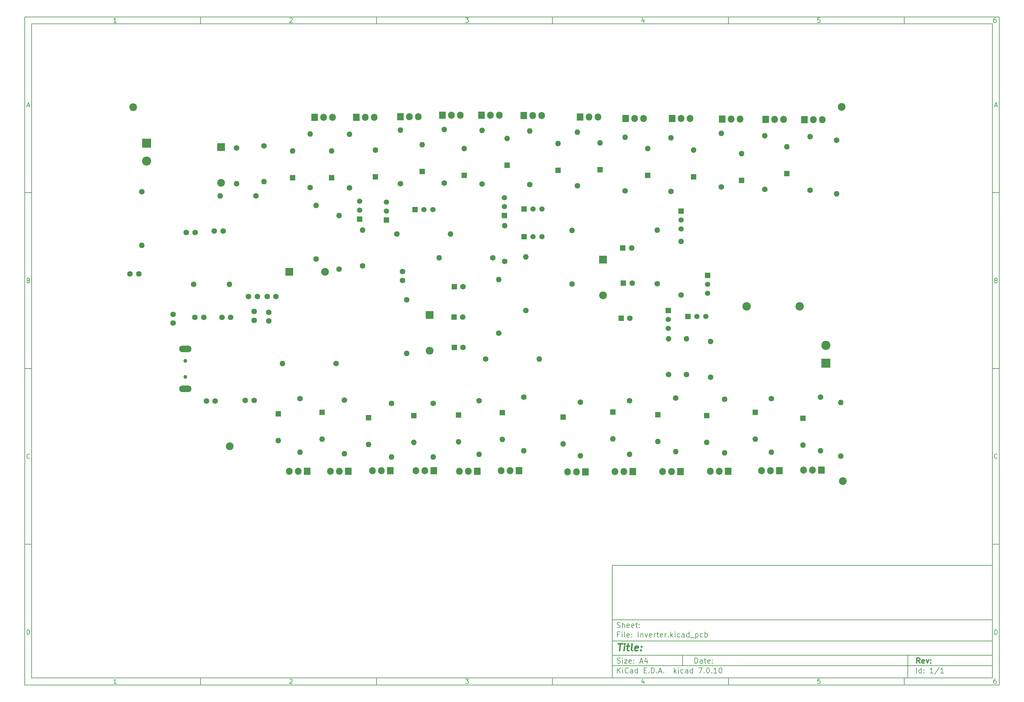
<source format=gbr>
%TF.GenerationSoftware,KiCad,Pcbnew,7.0.10*%
%TF.CreationDate,2024-05-18T21:04:01+03:00*%
%TF.ProjectId,Inverter,496e7665-7274-4657-922e-6b696361645f,rev?*%
%TF.SameCoordinates,Original*%
%TF.FileFunction,Soldermask,Bot*%
%TF.FilePolarity,Negative*%
%FSLAX46Y46*%
G04 Gerber Fmt 4.6, Leading zero omitted, Abs format (unit mm)*
G04 Created by KiCad (PCBNEW 7.0.10) date 2024-05-18 21:04:01*
%MOMM*%
%LPD*%
G01*
G04 APERTURE LIST*
%ADD10C,0.100000*%
%ADD11C,0.150000*%
%ADD12C,0.300000*%
%ADD13C,0.400000*%
%ADD14C,2.200000*%
%ADD15R,2.600000X2.600000*%
%ADD16C,2.600000*%
%ADD17R,1.500000X1.500000*%
%ADD18C,1.500000*%
%ADD19O,1.600000X1.600000*%
%ADD20C,1.600000*%
%ADD21R,1.600000X1.600000*%
%ADD22R,1.905000X2.000000*%
%ADD23O,1.905000X2.000000*%
%ADD24C,2.400000*%
%ADD25R,2.200000X2.200000*%
%ADD26O,2.200000X2.200000*%
%ADD27C,1.100000*%
%ADD28O,3.500000X1.900000*%
G04 APERTURE END LIST*
D10*
D11*
X177002200Y-166007200D02*
X285002200Y-166007200D01*
X285002200Y-198007200D01*
X177002200Y-198007200D01*
X177002200Y-166007200D01*
D10*
D11*
X10000000Y-10000000D02*
X287002200Y-10000000D01*
X287002200Y-200007200D01*
X10000000Y-200007200D01*
X10000000Y-10000000D01*
D10*
D11*
X12000000Y-12000000D02*
X285002200Y-12000000D01*
X285002200Y-198007200D01*
X12000000Y-198007200D01*
X12000000Y-12000000D01*
D10*
D11*
X60000000Y-12000000D02*
X60000000Y-10000000D01*
D10*
D11*
X110000000Y-12000000D02*
X110000000Y-10000000D01*
D10*
D11*
X160000000Y-12000000D02*
X160000000Y-10000000D01*
D10*
D11*
X210000000Y-12000000D02*
X210000000Y-10000000D01*
D10*
D11*
X260000000Y-12000000D02*
X260000000Y-10000000D01*
D10*
D11*
X36089160Y-11593604D02*
X35346303Y-11593604D01*
X35717731Y-11593604D02*
X35717731Y-10293604D01*
X35717731Y-10293604D02*
X35593922Y-10479319D01*
X35593922Y-10479319D02*
X35470112Y-10603128D01*
X35470112Y-10603128D02*
X35346303Y-10665033D01*
D10*
D11*
X85346303Y-10417414D02*
X85408207Y-10355509D01*
X85408207Y-10355509D02*
X85532017Y-10293604D01*
X85532017Y-10293604D02*
X85841541Y-10293604D01*
X85841541Y-10293604D02*
X85965350Y-10355509D01*
X85965350Y-10355509D02*
X86027255Y-10417414D01*
X86027255Y-10417414D02*
X86089160Y-10541223D01*
X86089160Y-10541223D02*
X86089160Y-10665033D01*
X86089160Y-10665033D02*
X86027255Y-10850747D01*
X86027255Y-10850747D02*
X85284398Y-11593604D01*
X85284398Y-11593604D02*
X86089160Y-11593604D01*
D10*
D11*
X135284398Y-10293604D02*
X136089160Y-10293604D01*
X136089160Y-10293604D02*
X135655826Y-10788842D01*
X135655826Y-10788842D02*
X135841541Y-10788842D01*
X135841541Y-10788842D02*
X135965350Y-10850747D01*
X135965350Y-10850747D02*
X136027255Y-10912652D01*
X136027255Y-10912652D02*
X136089160Y-11036461D01*
X136089160Y-11036461D02*
X136089160Y-11345985D01*
X136089160Y-11345985D02*
X136027255Y-11469795D01*
X136027255Y-11469795D02*
X135965350Y-11531700D01*
X135965350Y-11531700D02*
X135841541Y-11593604D01*
X135841541Y-11593604D02*
X135470112Y-11593604D01*
X135470112Y-11593604D02*
X135346303Y-11531700D01*
X135346303Y-11531700D02*
X135284398Y-11469795D01*
D10*
D11*
X185965350Y-10726938D02*
X185965350Y-11593604D01*
X185655826Y-10231700D02*
X185346303Y-11160271D01*
X185346303Y-11160271D02*
X186151064Y-11160271D01*
D10*
D11*
X236027255Y-10293604D02*
X235408207Y-10293604D01*
X235408207Y-10293604D02*
X235346303Y-10912652D01*
X235346303Y-10912652D02*
X235408207Y-10850747D01*
X235408207Y-10850747D02*
X235532017Y-10788842D01*
X235532017Y-10788842D02*
X235841541Y-10788842D01*
X235841541Y-10788842D02*
X235965350Y-10850747D01*
X235965350Y-10850747D02*
X236027255Y-10912652D01*
X236027255Y-10912652D02*
X236089160Y-11036461D01*
X236089160Y-11036461D02*
X236089160Y-11345985D01*
X236089160Y-11345985D02*
X236027255Y-11469795D01*
X236027255Y-11469795D02*
X235965350Y-11531700D01*
X235965350Y-11531700D02*
X235841541Y-11593604D01*
X235841541Y-11593604D02*
X235532017Y-11593604D01*
X235532017Y-11593604D02*
X235408207Y-11531700D01*
X235408207Y-11531700D02*
X235346303Y-11469795D01*
D10*
D11*
X285965350Y-10293604D02*
X285717731Y-10293604D01*
X285717731Y-10293604D02*
X285593922Y-10355509D01*
X285593922Y-10355509D02*
X285532017Y-10417414D01*
X285532017Y-10417414D02*
X285408207Y-10603128D01*
X285408207Y-10603128D02*
X285346303Y-10850747D01*
X285346303Y-10850747D02*
X285346303Y-11345985D01*
X285346303Y-11345985D02*
X285408207Y-11469795D01*
X285408207Y-11469795D02*
X285470112Y-11531700D01*
X285470112Y-11531700D02*
X285593922Y-11593604D01*
X285593922Y-11593604D02*
X285841541Y-11593604D01*
X285841541Y-11593604D02*
X285965350Y-11531700D01*
X285965350Y-11531700D02*
X286027255Y-11469795D01*
X286027255Y-11469795D02*
X286089160Y-11345985D01*
X286089160Y-11345985D02*
X286089160Y-11036461D01*
X286089160Y-11036461D02*
X286027255Y-10912652D01*
X286027255Y-10912652D02*
X285965350Y-10850747D01*
X285965350Y-10850747D02*
X285841541Y-10788842D01*
X285841541Y-10788842D02*
X285593922Y-10788842D01*
X285593922Y-10788842D02*
X285470112Y-10850747D01*
X285470112Y-10850747D02*
X285408207Y-10912652D01*
X285408207Y-10912652D02*
X285346303Y-11036461D01*
D10*
D11*
X60000000Y-198007200D02*
X60000000Y-200007200D01*
D10*
D11*
X110000000Y-198007200D02*
X110000000Y-200007200D01*
D10*
D11*
X160000000Y-198007200D02*
X160000000Y-200007200D01*
D10*
D11*
X210000000Y-198007200D02*
X210000000Y-200007200D01*
D10*
D11*
X260000000Y-198007200D02*
X260000000Y-200007200D01*
D10*
D11*
X36089160Y-199600804D02*
X35346303Y-199600804D01*
X35717731Y-199600804D02*
X35717731Y-198300804D01*
X35717731Y-198300804D02*
X35593922Y-198486519D01*
X35593922Y-198486519D02*
X35470112Y-198610328D01*
X35470112Y-198610328D02*
X35346303Y-198672233D01*
D10*
D11*
X85346303Y-198424614D02*
X85408207Y-198362709D01*
X85408207Y-198362709D02*
X85532017Y-198300804D01*
X85532017Y-198300804D02*
X85841541Y-198300804D01*
X85841541Y-198300804D02*
X85965350Y-198362709D01*
X85965350Y-198362709D02*
X86027255Y-198424614D01*
X86027255Y-198424614D02*
X86089160Y-198548423D01*
X86089160Y-198548423D02*
X86089160Y-198672233D01*
X86089160Y-198672233D02*
X86027255Y-198857947D01*
X86027255Y-198857947D02*
X85284398Y-199600804D01*
X85284398Y-199600804D02*
X86089160Y-199600804D01*
D10*
D11*
X135284398Y-198300804D02*
X136089160Y-198300804D01*
X136089160Y-198300804D02*
X135655826Y-198796042D01*
X135655826Y-198796042D02*
X135841541Y-198796042D01*
X135841541Y-198796042D02*
X135965350Y-198857947D01*
X135965350Y-198857947D02*
X136027255Y-198919852D01*
X136027255Y-198919852D02*
X136089160Y-199043661D01*
X136089160Y-199043661D02*
X136089160Y-199353185D01*
X136089160Y-199353185D02*
X136027255Y-199476995D01*
X136027255Y-199476995D02*
X135965350Y-199538900D01*
X135965350Y-199538900D02*
X135841541Y-199600804D01*
X135841541Y-199600804D02*
X135470112Y-199600804D01*
X135470112Y-199600804D02*
X135346303Y-199538900D01*
X135346303Y-199538900D02*
X135284398Y-199476995D01*
D10*
D11*
X185965350Y-198734138D02*
X185965350Y-199600804D01*
X185655826Y-198238900D02*
X185346303Y-199167471D01*
X185346303Y-199167471D02*
X186151064Y-199167471D01*
D10*
D11*
X236027255Y-198300804D02*
X235408207Y-198300804D01*
X235408207Y-198300804D02*
X235346303Y-198919852D01*
X235346303Y-198919852D02*
X235408207Y-198857947D01*
X235408207Y-198857947D02*
X235532017Y-198796042D01*
X235532017Y-198796042D02*
X235841541Y-198796042D01*
X235841541Y-198796042D02*
X235965350Y-198857947D01*
X235965350Y-198857947D02*
X236027255Y-198919852D01*
X236027255Y-198919852D02*
X236089160Y-199043661D01*
X236089160Y-199043661D02*
X236089160Y-199353185D01*
X236089160Y-199353185D02*
X236027255Y-199476995D01*
X236027255Y-199476995D02*
X235965350Y-199538900D01*
X235965350Y-199538900D02*
X235841541Y-199600804D01*
X235841541Y-199600804D02*
X235532017Y-199600804D01*
X235532017Y-199600804D02*
X235408207Y-199538900D01*
X235408207Y-199538900D02*
X235346303Y-199476995D01*
D10*
D11*
X285965350Y-198300804D02*
X285717731Y-198300804D01*
X285717731Y-198300804D02*
X285593922Y-198362709D01*
X285593922Y-198362709D02*
X285532017Y-198424614D01*
X285532017Y-198424614D02*
X285408207Y-198610328D01*
X285408207Y-198610328D02*
X285346303Y-198857947D01*
X285346303Y-198857947D02*
X285346303Y-199353185D01*
X285346303Y-199353185D02*
X285408207Y-199476995D01*
X285408207Y-199476995D02*
X285470112Y-199538900D01*
X285470112Y-199538900D02*
X285593922Y-199600804D01*
X285593922Y-199600804D02*
X285841541Y-199600804D01*
X285841541Y-199600804D02*
X285965350Y-199538900D01*
X285965350Y-199538900D02*
X286027255Y-199476995D01*
X286027255Y-199476995D02*
X286089160Y-199353185D01*
X286089160Y-199353185D02*
X286089160Y-199043661D01*
X286089160Y-199043661D02*
X286027255Y-198919852D01*
X286027255Y-198919852D02*
X285965350Y-198857947D01*
X285965350Y-198857947D02*
X285841541Y-198796042D01*
X285841541Y-198796042D02*
X285593922Y-198796042D01*
X285593922Y-198796042D02*
X285470112Y-198857947D01*
X285470112Y-198857947D02*
X285408207Y-198919852D01*
X285408207Y-198919852D02*
X285346303Y-199043661D01*
D10*
D11*
X10000000Y-60000000D02*
X12000000Y-60000000D01*
D10*
D11*
X10000000Y-110000000D02*
X12000000Y-110000000D01*
D10*
D11*
X10000000Y-160000000D02*
X12000000Y-160000000D01*
D10*
D11*
X10690476Y-35222176D02*
X11309523Y-35222176D01*
X10566666Y-35593604D02*
X10999999Y-34293604D01*
X10999999Y-34293604D02*
X11433333Y-35593604D01*
D10*
D11*
X11092857Y-84912652D02*
X11278571Y-84974557D01*
X11278571Y-84974557D02*
X11340476Y-85036461D01*
X11340476Y-85036461D02*
X11402380Y-85160271D01*
X11402380Y-85160271D02*
X11402380Y-85345985D01*
X11402380Y-85345985D02*
X11340476Y-85469795D01*
X11340476Y-85469795D02*
X11278571Y-85531700D01*
X11278571Y-85531700D02*
X11154761Y-85593604D01*
X11154761Y-85593604D02*
X10659523Y-85593604D01*
X10659523Y-85593604D02*
X10659523Y-84293604D01*
X10659523Y-84293604D02*
X11092857Y-84293604D01*
X11092857Y-84293604D02*
X11216666Y-84355509D01*
X11216666Y-84355509D02*
X11278571Y-84417414D01*
X11278571Y-84417414D02*
X11340476Y-84541223D01*
X11340476Y-84541223D02*
X11340476Y-84665033D01*
X11340476Y-84665033D02*
X11278571Y-84788842D01*
X11278571Y-84788842D02*
X11216666Y-84850747D01*
X11216666Y-84850747D02*
X11092857Y-84912652D01*
X11092857Y-84912652D02*
X10659523Y-84912652D01*
D10*
D11*
X11402380Y-135469795D02*
X11340476Y-135531700D01*
X11340476Y-135531700D02*
X11154761Y-135593604D01*
X11154761Y-135593604D02*
X11030952Y-135593604D01*
X11030952Y-135593604D02*
X10845238Y-135531700D01*
X10845238Y-135531700D02*
X10721428Y-135407890D01*
X10721428Y-135407890D02*
X10659523Y-135284080D01*
X10659523Y-135284080D02*
X10597619Y-135036461D01*
X10597619Y-135036461D02*
X10597619Y-134850747D01*
X10597619Y-134850747D02*
X10659523Y-134603128D01*
X10659523Y-134603128D02*
X10721428Y-134479319D01*
X10721428Y-134479319D02*
X10845238Y-134355509D01*
X10845238Y-134355509D02*
X11030952Y-134293604D01*
X11030952Y-134293604D02*
X11154761Y-134293604D01*
X11154761Y-134293604D02*
X11340476Y-134355509D01*
X11340476Y-134355509D02*
X11402380Y-134417414D01*
D10*
D11*
X10659523Y-185593604D02*
X10659523Y-184293604D01*
X10659523Y-184293604D02*
X10969047Y-184293604D01*
X10969047Y-184293604D02*
X11154761Y-184355509D01*
X11154761Y-184355509D02*
X11278571Y-184479319D01*
X11278571Y-184479319D02*
X11340476Y-184603128D01*
X11340476Y-184603128D02*
X11402380Y-184850747D01*
X11402380Y-184850747D02*
X11402380Y-185036461D01*
X11402380Y-185036461D02*
X11340476Y-185284080D01*
X11340476Y-185284080D02*
X11278571Y-185407890D01*
X11278571Y-185407890D02*
X11154761Y-185531700D01*
X11154761Y-185531700D02*
X10969047Y-185593604D01*
X10969047Y-185593604D02*
X10659523Y-185593604D01*
D10*
D11*
X287002200Y-60000000D02*
X285002200Y-60000000D01*
D10*
D11*
X287002200Y-110000000D02*
X285002200Y-110000000D01*
D10*
D11*
X287002200Y-160000000D02*
X285002200Y-160000000D01*
D10*
D11*
X285692676Y-35222176D02*
X286311723Y-35222176D01*
X285568866Y-35593604D02*
X286002199Y-34293604D01*
X286002199Y-34293604D02*
X286435533Y-35593604D01*
D10*
D11*
X286095057Y-84912652D02*
X286280771Y-84974557D01*
X286280771Y-84974557D02*
X286342676Y-85036461D01*
X286342676Y-85036461D02*
X286404580Y-85160271D01*
X286404580Y-85160271D02*
X286404580Y-85345985D01*
X286404580Y-85345985D02*
X286342676Y-85469795D01*
X286342676Y-85469795D02*
X286280771Y-85531700D01*
X286280771Y-85531700D02*
X286156961Y-85593604D01*
X286156961Y-85593604D02*
X285661723Y-85593604D01*
X285661723Y-85593604D02*
X285661723Y-84293604D01*
X285661723Y-84293604D02*
X286095057Y-84293604D01*
X286095057Y-84293604D02*
X286218866Y-84355509D01*
X286218866Y-84355509D02*
X286280771Y-84417414D01*
X286280771Y-84417414D02*
X286342676Y-84541223D01*
X286342676Y-84541223D02*
X286342676Y-84665033D01*
X286342676Y-84665033D02*
X286280771Y-84788842D01*
X286280771Y-84788842D02*
X286218866Y-84850747D01*
X286218866Y-84850747D02*
X286095057Y-84912652D01*
X286095057Y-84912652D02*
X285661723Y-84912652D01*
D10*
D11*
X286404580Y-135469795D02*
X286342676Y-135531700D01*
X286342676Y-135531700D02*
X286156961Y-135593604D01*
X286156961Y-135593604D02*
X286033152Y-135593604D01*
X286033152Y-135593604D02*
X285847438Y-135531700D01*
X285847438Y-135531700D02*
X285723628Y-135407890D01*
X285723628Y-135407890D02*
X285661723Y-135284080D01*
X285661723Y-135284080D02*
X285599819Y-135036461D01*
X285599819Y-135036461D02*
X285599819Y-134850747D01*
X285599819Y-134850747D02*
X285661723Y-134603128D01*
X285661723Y-134603128D02*
X285723628Y-134479319D01*
X285723628Y-134479319D02*
X285847438Y-134355509D01*
X285847438Y-134355509D02*
X286033152Y-134293604D01*
X286033152Y-134293604D02*
X286156961Y-134293604D01*
X286156961Y-134293604D02*
X286342676Y-134355509D01*
X286342676Y-134355509D02*
X286404580Y-134417414D01*
D10*
D11*
X285661723Y-185593604D02*
X285661723Y-184293604D01*
X285661723Y-184293604D02*
X285971247Y-184293604D01*
X285971247Y-184293604D02*
X286156961Y-184355509D01*
X286156961Y-184355509D02*
X286280771Y-184479319D01*
X286280771Y-184479319D02*
X286342676Y-184603128D01*
X286342676Y-184603128D02*
X286404580Y-184850747D01*
X286404580Y-184850747D02*
X286404580Y-185036461D01*
X286404580Y-185036461D02*
X286342676Y-185284080D01*
X286342676Y-185284080D02*
X286280771Y-185407890D01*
X286280771Y-185407890D02*
X286156961Y-185531700D01*
X286156961Y-185531700D02*
X285971247Y-185593604D01*
X285971247Y-185593604D02*
X285661723Y-185593604D01*
D10*
D11*
X200458026Y-193793328D02*
X200458026Y-192293328D01*
X200458026Y-192293328D02*
X200815169Y-192293328D01*
X200815169Y-192293328D02*
X201029455Y-192364757D01*
X201029455Y-192364757D02*
X201172312Y-192507614D01*
X201172312Y-192507614D02*
X201243741Y-192650471D01*
X201243741Y-192650471D02*
X201315169Y-192936185D01*
X201315169Y-192936185D02*
X201315169Y-193150471D01*
X201315169Y-193150471D02*
X201243741Y-193436185D01*
X201243741Y-193436185D02*
X201172312Y-193579042D01*
X201172312Y-193579042D02*
X201029455Y-193721900D01*
X201029455Y-193721900D02*
X200815169Y-193793328D01*
X200815169Y-193793328D02*
X200458026Y-193793328D01*
X202600884Y-193793328D02*
X202600884Y-193007614D01*
X202600884Y-193007614D02*
X202529455Y-192864757D01*
X202529455Y-192864757D02*
X202386598Y-192793328D01*
X202386598Y-192793328D02*
X202100884Y-192793328D01*
X202100884Y-192793328D02*
X201958026Y-192864757D01*
X202600884Y-193721900D02*
X202458026Y-193793328D01*
X202458026Y-193793328D02*
X202100884Y-193793328D01*
X202100884Y-193793328D02*
X201958026Y-193721900D01*
X201958026Y-193721900D02*
X201886598Y-193579042D01*
X201886598Y-193579042D02*
X201886598Y-193436185D01*
X201886598Y-193436185D02*
X201958026Y-193293328D01*
X201958026Y-193293328D02*
X202100884Y-193221900D01*
X202100884Y-193221900D02*
X202458026Y-193221900D01*
X202458026Y-193221900D02*
X202600884Y-193150471D01*
X203100884Y-192793328D02*
X203672312Y-192793328D01*
X203315169Y-192293328D02*
X203315169Y-193579042D01*
X203315169Y-193579042D02*
X203386598Y-193721900D01*
X203386598Y-193721900D02*
X203529455Y-193793328D01*
X203529455Y-193793328D02*
X203672312Y-193793328D01*
X204743741Y-193721900D02*
X204600884Y-193793328D01*
X204600884Y-193793328D02*
X204315170Y-193793328D01*
X204315170Y-193793328D02*
X204172312Y-193721900D01*
X204172312Y-193721900D02*
X204100884Y-193579042D01*
X204100884Y-193579042D02*
X204100884Y-193007614D01*
X204100884Y-193007614D02*
X204172312Y-192864757D01*
X204172312Y-192864757D02*
X204315170Y-192793328D01*
X204315170Y-192793328D02*
X204600884Y-192793328D01*
X204600884Y-192793328D02*
X204743741Y-192864757D01*
X204743741Y-192864757D02*
X204815170Y-193007614D01*
X204815170Y-193007614D02*
X204815170Y-193150471D01*
X204815170Y-193150471D02*
X204100884Y-193293328D01*
X205458026Y-193650471D02*
X205529455Y-193721900D01*
X205529455Y-193721900D02*
X205458026Y-193793328D01*
X205458026Y-193793328D02*
X205386598Y-193721900D01*
X205386598Y-193721900D02*
X205458026Y-193650471D01*
X205458026Y-193650471D02*
X205458026Y-193793328D01*
X205458026Y-192864757D02*
X205529455Y-192936185D01*
X205529455Y-192936185D02*
X205458026Y-193007614D01*
X205458026Y-193007614D02*
X205386598Y-192936185D01*
X205386598Y-192936185D02*
X205458026Y-192864757D01*
X205458026Y-192864757D02*
X205458026Y-193007614D01*
D10*
D11*
X177002200Y-194507200D02*
X285002200Y-194507200D01*
D10*
D11*
X178458026Y-196593328D02*
X178458026Y-195093328D01*
X179315169Y-196593328D02*
X178672312Y-195736185D01*
X179315169Y-195093328D02*
X178458026Y-195950471D01*
X179958026Y-196593328D02*
X179958026Y-195593328D01*
X179958026Y-195093328D02*
X179886598Y-195164757D01*
X179886598Y-195164757D02*
X179958026Y-195236185D01*
X179958026Y-195236185D02*
X180029455Y-195164757D01*
X180029455Y-195164757D02*
X179958026Y-195093328D01*
X179958026Y-195093328D02*
X179958026Y-195236185D01*
X181529455Y-196450471D02*
X181458027Y-196521900D01*
X181458027Y-196521900D02*
X181243741Y-196593328D01*
X181243741Y-196593328D02*
X181100884Y-196593328D01*
X181100884Y-196593328D02*
X180886598Y-196521900D01*
X180886598Y-196521900D02*
X180743741Y-196379042D01*
X180743741Y-196379042D02*
X180672312Y-196236185D01*
X180672312Y-196236185D02*
X180600884Y-195950471D01*
X180600884Y-195950471D02*
X180600884Y-195736185D01*
X180600884Y-195736185D02*
X180672312Y-195450471D01*
X180672312Y-195450471D02*
X180743741Y-195307614D01*
X180743741Y-195307614D02*
X180886598Y-195164757D01*
X180886598Y-195164757D02*
X181100884Y-195093328D01*
X181100884Y-195093328D02*
X181243741Y-195093328D01*
X181243741Y-195093328D02*
X181458027Y-195164757D01*
X181458027Y-195164757D02*
X181529455Y-195236185D01*
X182815170Y-196593328D02*
X182815170Y-195807614D01*
X182815170Y-195807614D02*
X182743741Y-195664757D01*
X182743741Y-195664757D02*
X182600884Y-195593328D01*
X182600884Y-195593328D02*
X182315170Y-195593328D01*
X182315170Y-195593328D02*
X182172312Y-195664757D01*
X182815170Y-196521900D02*
X182672312Y-196593328D01*
X182672312Y-196593328D02*
X182315170Y-196593328D01*
X182315170Y-196593328D02*
X182172312Y-196521900D01*
X182172312Y-196521900D02*
X182100884Y-196379042D01*
X182100884Y-196379042D02*
X182100884Y-196236185D01*
X182100884Y-196236185D02*
X182172312Y-196093328D01*
X182172312Y-196093328D02*
X182315170Y-196021900D01*
X182315170Y-196021900D02*
X182672312Y-196021900D01*
X182672312Y-196021900D02*
X182815170Y-195950471D01*
X184172313Y-196593328D02*
X184172313Y-195093328D01*
X184172313Y-196521900D02*
X184029455Y-196593328D01*
X184029455Y-196593328D02*
X183743741Y-196593328D01*
X183743741Y-196593328D02*
X183600884Y-196521900D01*
X183600884Y-196521900D02*
X183529455Y-196450471D01*
X183529455Y-196450471D02*
X183458027Y-196307614D01*
X183458027Y-196307614D02*
X183458027Y-195879042D01*
X183458027Y-195879042D02*
X183529455Y-195736185D01*
X183529455Y-195736185D02*
X183600884Y-195664757D01*
X183600884Y-195664757D02*
X183743741Y-195593328D01*
X183743741Y-195593328D02*
X184029455Y-195593328D01*
X184029455Y-195593328D02*
X184172313Y-195664757D01*
X186029455Y-195807614D02*
X186529455Y-195807614D01*
X186743741Y-196593328D02*
X186029455Y-196593328D01*
X186029455Y-196593328D02*
X186029455Y-195093328D01*
X186029455Y-195093328D02*
X186743741Y-195093328D01*
X187386598Y-196450471D02*
X187458027Y-196521900D01*
X187458027Y-196521900D02*
X187386598Y-196593328D01*
X187386598Y-196593328D02*
X187315170Y-196521900D01*
X187315170Y-196521900D02*
X187386598Y-196450471D01*
X187386598Y-196450471D02*
X187386598Y-196593328D01*
X188100884Y-196593328D02*
X188100884Y-195093328D01*
X188100884Y-195093328D02*
X188458027Y-195093328D01*
X188458027Y-195093328D02*
X188672313Y-195164757D01*
X188672313Y-195164757D02*
X188815170Y-195307614D01*
X188815170Y-195307614D02*
X188886599Y-195450471D01*
X188886599Y-195450471D02*
X188958027Y-195736185D01*
X188958027Y-195736185D02*
X188958027Y-195950471D01*
X188958027Y-195950471D02*
X188886599Y-196236185D01*
X188886599Y-196236185D02*
X188815170Y-196379042D01*
X188815170Y-196379042D02*
X188672313Y-196521900D01*
X188672313Y-196521900D02*
X188458027Y-196593328D01*
X188458027Y-196593328D02*
X188100884Y-196593328D01*
X189600884Y-196450471D02*
X189672313Y-196521900D01*
X189672313Y-196521900D02*
X189600884Y-196593328D01*
X189600884Y-196593328D02*
X189529456Y-196521900D01*
X189529456Y-196521900D02*
X189600884Y-196450471D01*
X189600884Y-196450471D02*
X189600884Y-196593328D01*
X190243742Y-196164757D02*
X190958028Y-196164757D01*
X190100885Y-196593328D02*
X190600885Y-195093328D01*
X190600885Y-195093328D02*
X191100885Y-196593328D01*
X191600884Y-196450471D02*
X191672313Y-196521900D01*
X191672313Y-196521900D02*
X191600884Y-196593328D01*
X191600884Y-196593328D02*
X191529456Y-196521900D01*
X191529456Y-196521900D02*
X191600884Y-196450471D01*
X191600884Y-196450471D02*
X191600884Y-196593328D01*
X194600884Y-196593328D02*
X194600884Y-195093328D01*
X194743742Y-196021900D02*
X195172313Y-196593328D01*
X195172313Y-195593328D02*
X194600884Y-196164757D01*
X195815170Y-196593328D02*
X195815170Y-195593328D01*
X195815170Y-195093328D02*
X195743742Y-195164757D01*
X195743742Y-195164757D02*
X195815170Y-195236185D01*
X195815170Y-195236185D02*
X195886599Y-195164757D01*
X195886599Y-195164757D02*
X195815170Y-195093328D01*
X195815170Y-195093328D02*
X195815170Y-195236185D01*
X197172314Y-196521900D02*
X197029456Y-196593328D01*
X197029456Y-196593328D02*
X196743742Y-196593328D01*
X196743742Y-196593328D02*
X196600885Y-196521900D01*
X196600885Y-196521900D02*
X196529456Y-196450471D01*
X196529456Y-196450471D02*
X196458028Y-196307614D01*
X196458028Y-196307614D02*
X196458028Y-195879042D01*
X196458028Y-195879042D02*
X196529456Y-195736185D01*
X196529456Y-195736185D02*
X196600885Y-195664757D01*
X196600885Y-195664757D02*
X196743742Y-195593328D01*
X196743742Y-195593328D02*
X197029456Y-195593328D01*
X197029456Y-195593328D02*
X197172314Y-195664757D01*
X198458028Y-196593328D02*
X198458028Y-195807614D01*
X198458028Y-195807614D02*
X198386599Y-195664757D01*
X198386599Y-195664757D02*
X198243742Y-195593328D01*
X198243742Y-195593328D02*
X197958028Y-195593328D01*
X197958028Y-195593328D02*
X197815170Y-195664757D01*
X198458028Y-196521900D02*
X198315170Y-196593328D01*
X198315170Y-196593328D02*
X197958028Y-196593328D01*
X197958028Y-196593328D02*
X197815170Y-196521900D01*
X197815170Y-196521900D02*
X197743742Y-196379042D01*
X197743742Y-196379042D02*
X197743742Y-196236185D01*
X197743742Y-196236185D02*
X197815170Y-196093328D01*
X197815170Y-196093328D02*
X197958028Y-196021900D01*
X197958028Y-196021900D02*
X198315170Y-196021900D01*
X198315170Y-196021900D02*
X198458028Y-195950471D01*
X199815171Y-196593328D02*
X199815171Y-195093328D01*
X199815171Y-196521900D02*
X199672313Y-196593328D01*
X199672313Y-196593328D02*
X199386599Y-196593328D01*
X199386599Y-196593328D02*
X199243742Y-196521900D01*
X199243742Y-196521900D02*
X199172313Y-196450471D01*
X199172313Y-196450471D02*
X199100885Y-196307614D01*
X199100885Y-196307614D02*
X199100885Y-195879042D01*
X199100885Y-195879042D02*
X199172313Y-195736185D01*
X199172313Y-195736185D02*
X199243742Y-195664757D01*
X199243742Y-195664757D02*
X199386599Y-195593328D01*
X199386599Y-195593328D02*
X199672313Y-195593328D01*
X199672313Y-195593328D02*
X199815171Y-195664757D01*
X201529456Y-195093328D02*
X202529456Y-195093328D01*
X202529456Y-195093328D02*
X201886599Y-196593328D01*
X203100884Y-196450471D02*
X203172313Y-196521900D01*
X203172313Y-196521900D02*
X203100884Y-196593328D01*
X203100884Y-196593328D02*
X203029456Y-196521900D01*
X203029456Y-196521900D02*
X203100884Y-196450471D01*
X203100884Y-196450471D02*
X203100884Y-196593328D01*
X204100885Y-195093328D02*
X204243742Y-195093328D01*
X204243742Y-195093328D02*
X204386599Y-195164757D01*
X204386599Y-195164757D02*
X204458028Y-195236185D01*
X204458028Y-195236185D02*
X204529456Y-195379042D01*
X204529456Y-195379042D02*
X204600885Y-195664757D01*
X204600885Y-195664757D02*
X204600885Y-196021900D01*
X204600885Y-196021900D02*
X204529456Y-196307614D01*
X204529456Y-196307614D02*
X204458028Y-196450471D01*
X204458028Y-196450471D02*
X204386599Y-196521900D01*
X204386599Y-196521900D02*
X204243742Y-196593328D01*
X204243742Y-196593328D02*
X204100885Y-196593328D01*
X204100885Y-196593328D02*
X203958028Y-196521900D01*
X203958028Y-196521900D02*
X203886599Y-196450471D01*
X203886599Y-196450471D02*
X203815170Y-196307614D01*
X203815170Y-196307614D02*
X203743742Y-196021900D01*
X203743742Y-196021900D02*
X203743742Y-195664757D01*
X203743742Y-195664757D02*
X203815170Y-195379042D01*
X203815170Y-195379042D02*
X203886599Y-195236185D01*
X203886599Y-195236185D02*
X203958028Y-195164757D01*
X203958028Y-195164757D02*
X204100885Y-195093328D01*
X205243741Y-196450471D02*
X205315170Y-196521900D01*
X205315170Y-196521900D02*
X205243741Y-196593328D01*
X205243741Y-196593328D02*
X205172313Y-196521900D01*
X205172313Y-196521900D02*
X205243741Y-196450471D01*
X205243741Y-196450471D02*
X205243741Y-196593328D01*
X206743742Y-196593328D02*
X205886599Y-196593328D01*
X206315170Y-196593328D02*
X206315170Y-195093328D01*
X206315170Y-195093328D02*
X206172313Y-195307614D01*
X206172313Y-195307614D02*
X206029456Y-195450471D01*
X206029456Y-195450471D02*
X205886599Y-195521900D01*
X207672313Y-195093328D02*
X207815170Y-195093328D01*
X207815170Y-195093328D02*
X207958027Y-195164757D01*
X207958027Y-195164757D02*
X208029456Y-195236185D01*
X208029456Y-195236185D02*
X208100884Y-195379042D01*
X208100884Y-195379042D02*
X208172313Y-195664757D01*
X208172313Y-195664757D02*
X208172313Y-196021900D01*
X208172313Y-196021900D02*
X208100884Y-196307614D01*
X208100884Y-196307614D02*
X208029456Y-196450471D01*
X208029456Y-196450471D02*
X207958027Y-196521900D01*
X207958027Y-196521900D02*
X207815170Y-196593328D01*
X207815170Y-196593328D02*
X207672313Y-196593328D01*
X207672313Y-196593328D02*
X207529456Y-196521900D01*
X207529456Y-196521900D02*
X207458027Y-196450471D01*
X207458027Y-196450471D02*
X207386598Y-196307614D01*
X207386598Y-196307614D02*
X207315170Y-196021900D01*
X207315170Y-196021900D02*
X207315170Y-195664757D01*
X207315170Y-195664757D02*
X207386598Y-195379042D01*
X207386598Y-195379042D02*
X207458027Y-195236185D01*
X207458027Y-195236185D02*
X207529456Y-195164757D01*
X207529456Y-195164757D02*
X207672313Y-195093328D01*
D10*
D11*
X177002200Y-191507200D02*
X285002200Y-191507200D01*
D10*
D12*
X264413853Y-193785528D02*
X263913853Y-193071242D01*
X263556710Y-193785528D02*
X263556710Y-192285528D01*
X263556710Y-192285528D02*
X264128139Y-192285528D01*
X264128139Y-192285528D02*
X264270996Y-192356957D01*
X264270996Y-192356957D02*
X264342425Y-192428385D01*
X264342425Y-192428385D02*
X264413853Y-192571242D01*
X264413853Y-192571242D02*
X264413853Y-192785528D01*
X264413853Y-192785528D02*
X264342425Y-192928385D01*
X264342425Y-192928385D02*
X264270996Y-192999814D01*
X264270996Y-192999814D02*
X264128139Y-193071242D01*
X264128139Y-193071242D02*
X263556710Y-193071242D01*
X265628139Y-193714100D02*
X265485282Y-193785528D01*
X265485282Y-193785528D02*
X265199568Y-193785528D01*
X265199568Y-193785528D02*
X265056710Y-193714100D01*
X265056710Y-193714100D02*
X264985282Y-193571242D01*
X264985282Y-193571242D02*
X264985282Y-192999814D01*
X264985282Y-192999814D02*
X265056710Y-192856957D01*
X265056710Y-192856957D02*
X265199568Y-192785528D01*
X265199568Y-192785528D02*
X265485282Y-192785528D01*
X265485282Y-192785528D02*
X265628139Y-192856957D01*
X265628139Y-192856957D02*
X265699568Y-192999814D01*
X265699568Y-192999814D02*
X265699568Y-193142671D01*
X265699568Y-193142671D02*
X264985282Y-193285528D01*
X266199567Y-192785528D02*
X266556710Y-193785528D01*
X266556710Y-193785528D02*
X266913853Y-192785528D01*
X267485281Y-193642671D02*
X267556710Y-193714100D01*
X267556710Y-193714100D02*
X267485281Y-193785528D01*
X267485281Y-193785528D02*
X267413853Y-193714100D01*
X267413853Y-193714100D02*
X267485281Y-193642671D01*
X267485281Y-193642671D02*
X267485281Y-193785528D01*
X267485281Y-192856957D02*
X267556710Y-192928385D01*
X267556710Y-192928385D02*
X267485281Y-192999814D01*
X267485281Y-192999814D02*
X267413853Y-192928385D01*
X267413853Y-192928385D02*
X267485281Y-192856957D01*
X267485281Y-192856957D02*
X267485281Y-192999814D01*
D10*
D11*
X178386598Y-193721900D02*
X178600884Y-193793328D01*
X178600884Y-193793328D02*
X178958026Y-193793328D01*
X178958026Y-193793328D02*
X179100884Y-193721900D01*
X179100884Y-193721900D02*
X179172312Y-193650471D01*
X179172312Y-193650471D02*
X179243741Y-193507614D01*
X179243741Y-193507614D02*
X179243741Y-193364757D01*
X179243741Y-193364757D02*
X179172312Y-193221900D01*
X179172312Y-193221900D02*
X179100884Y-193150471D01*
X179100884Y-193150471D02*
X178958026Y-193079042D01*
X178958026Y-193079042D02*
X178672312Y-193007614D01*
X178672312Y-193007614D02*
X178529455Y-192936185D01*
X178529455Y-192936185D02*
X178458026Y-192864757D01*
X178458026Y-192864757D02*
X178386598Y-192721900D01*
X178386598Y-192721900D02*
X178386598Y-192579042D01*
X178386598Y-192579042D02*
X178458026Y-192436185D01*
X178458026Y-192436185D02*
X178529455Y-192364757D01*
X178529455Y-192364757D02*
X178672312Y-192293328D01*
X178672312Y-192293328D02*
X179029455Y-192293328D01*
X179029455Y-192293328D02*
X179243741Y-192364757D01*
X179886597Y-193793328D02*
X179886597Y-192793328D01*
X179886597Y-192293328D02*
X179815169Y-192364757D01*
X179815169Y-192364757D02*
X179886597Y-192436185D01*
X179886597Y-192436185D02*
X179958026Y-192364757D01*
X179958026Y-192364757D02*
X179886597Y-192293328D01*
X179886597Y-192293328D02*
X179886597Y-192436185D01*
X180458026Y-192793328D02*
X181243741Y-192793328D01*
X181243741Y-192793328D02*
X180458026Y-193793328D01*
X180458026Y-193793328D02*
X181243741Y-193793328D01*
X182386598Y-193721900D02*
X182243741Y-193793328D01*
X182243741Y-193793328D02*
X181958027Y-193793328D01*
X181958027Y-193793328D02*
X181815169Y-193721900D01*
X181815169Y-193721900D02*
X181743741Y-193579042D01*
X181743741Y-193579042D02*
X181743741Y-193007614D01*
X181743741Y-193007614D02*
X181815169Y-192864757D01*
X181815169Y-192864757D02*
X181958027Y-192793328D01*
X181958027Y-192793328D02*
X182243741Y-192793328D01*
X182243741Y-192793328D02*
X182386598Y-192864757D01*
X182386598Y-192864757D02*
X182458027Y-193007614D01*
X182458027Y-193007614D02*
X182458027Y-193150471D01*
X182458027Y-193150471D02*
X181743741Y-193293328D01*
X183100883Y-193650471D02*
X183172312Y-193721900D01*
X183172312Y-193721900D02*
X183100883Y-193793328D01*
X183100883Y-193793328D02*
X183029455Y-193721900D01*
X183029455Y-193721900D02*
X183100883Y-193650471D01*
X183100883Y-193650471D02*
X183100883Y-193793328D01*
X183100883Y-192864757D02*
X183172312Y-192936185D01*
X183172312Y-192936185D02*
X183100883Y-193007614D01*
X183100883Y-193007614D02*
X183029455Y-192936185D01*
X183029455Y-192936185D02*
X183100883Y-192864757D01*
X183100883Y-192864757D02*
X183100883Y-193007614D01*
X184886598Y-193364757D02*
X185600884Y-193364757D01*
X184743741Y-193793328D02*
X185243741Y-192293328D01*
X185243741Y-192293328D02*
X185743741Y-193793328D01*
X186886598Y-192793328D02*
X186886598Y-193793328D01*
X186529455Y-192221900D02*
X186172312Y-193293328D01*
X186172312Y-193293328D02*
X187100883Y-193293328D01*
D10*
D11*
X263458026Y-196593328D02*
X263458026Y-195093328D01*
X264815170Y-196593328D02*
X264815170Y-195093328D01*
X264815170Y-196521900D02*
X264672312Y-196593328D01*
X264672312Y-196593328D02*
X264386598Y-196593328D01*
X264386598Y-196593328D02*
X264243741Y-196521900D01*
X264243741Y-196521900D02*
X264172312Y-196450471D01*
X264172312Y-196450471D02*
X264100884Y-196307614D01*
X264100884Y-196307614D02*
X264100884Y-195879042D01*
X264100884Y-195879042D02*
X264172312Y-195736185D01*
X264172312Y-195736185D02*
X264243741Y-195664757D01*
X264243741Y-195664757D02*
X264386598Y-195593328D01*
X264386598Y-195593328D02*
X264672312Y-195593328D01*
X264672312Y-195593328D02*
X264815170Y-195664757D01*
X265529455Y-196450471D02*
X265600884Y-196521900D01*
X265600884Y-196521900D02*
X265529455Y-196593328D01*
X265529455Y-196593328D02*
X265458027Y-196521900D01*
X265458027Y-196521900D02*
X265529455Y-196450471D01*
X265529455Y-196450471D02*
X265529455Y-196593328D01*
X265529455Y-195664757D02*
X265600884Y-195736185D01*
X265600884Y-195736185D02*
X265529455Y-195807614D01*
X265529455Y-195807614D02*
X265458027Y-195736185D01*
X265458027Y-195736185D02*
X265529455Y-195664757D01*
X265529455Y-195664757D02*
X265529455Y-195807614D01*
X268172313Y-196593328D02*
X267315170Y-196593328D01*
X267743741Y-196593328D02*
X267743741Y-195093328D01*
X267743741Y-195093328D02*
X267600884Y-195307614D01*
X267600884Y-195307614D02*
X267458027Y-195450471D01*
X267458027Y-195450471D02*
X267315170Y-195521900D01*
X269886598Y-195021900D02*
X268600884Y-196950471D01*
X271172313Y-196593328D02*
X270315170Y-196593328D01*
X270743741Y-196593328D02*
X270743741Y-195093328D01*
X270743741Y-195093328D02*
X270600884Y-195307614D01*
X270600884Y-195307614D02*
X270458027Y-195450471D01*
X270458027Y-195450471D02*
X270315170Y-195521900D01*
D10*
D11*
X177002200Y-187507200D02*
X285002200Y-187507200D01*
D10*
D13*
X178693928Y-188211638D02*
X179836785Y-188211638D01*
X179015357Y-190211638D02*
X179265357Y-188211638D01*
X180253452Y-190211638D02*
X180420119Y-188878304D01*
X180503452Y-188211638D02*
X180396309Y-188306876D01*
X180396309Y-188306876D02*
X180479643Y-188402114D01*
X180479643Y-188402114D02*
X180586786Y-188306876D01*
X180586786Y-188306876D02*
X180503452Y-188211638D01*
X180503452Y-188211638D02*
X180479643Y-188402114D01*
X181086786Y-188878304D02*
X181848690Y-188878304D01*
X181455833Y-188211638D02*
X181241548Y-189925923D01*
X181241548Y-189925923D02*
X181312976Y-190116400D01*
X181312976Y-190116400D02*
X181491548Y-190211638D01*
X181491548Y-190211638D02*
X181682024Y-190211638D01*
X182634405Y-190211638D02*
X182455833Y-190116400D01*
X182455833Y-190116400D02*
X182384405Y-189925923D01*
X182384405Y-189925923D02*
X182598690Y-188211638D01*
X184170119Y-190116400D02*
X183967738Y-190211638D01*
X183967738Y-190211638D02*
X183586785Y-190211638D01*
X183586785Y-190211638D02*
X183408214Y-190116400D01*
X183408214Y-190116400D02*
X183336785Y-189925923D01*
X183336785Y-189925923D02*
X183432024Y-189164019D01*
X183432024Y-189164019D02*
X183551071Y-188973542D01*
X183551071Y-188973542D02*
X183753452Y-188878304D01*
X183753452Y-188878304D02*
X184134404Y-188878304D01*
X184134404Y-188878304D02*
X184312976Y-188973542D01*
X184312976Y-188973542D02*
X184384404Y-189164019D01*
X184384404Y-189164019D02*
X184360595Y-189354495D01*
X184360595Y-189354495D02*
X183384404Y-189544971D01*
X185134405Y-190021161D02*
X185217738Y-190116400D01*
X185217738Y-190116400D02*
X185110595Y-190211638D01*
X185110595Y-190211638D02*
X185027262Y-190116400D01*
X185027262Y-190116400D02*
X185134405Y-190021161D01*
X185134405Y-190021161D02*
X185110595Y-190211638D01*
X185265357Y-188973542D02*
X185348690Y-189068780D01*
X185348690Y-189068780D02*
X185241548Y-189164019D01*
X185241548Y-189164019D02*
X185158214Y-189068780D01*
X185158214Y-189068780D02*
X185265357Y-188973542D01*
X185265357Y-188973542D02*
X185241548Y-189164019D01*
D10*
D11*
X178958026Y-185607614D02*
X178458026Y-185607614D01*
X178458026Y-186393328D02*
X178458026Y-184893328D01*
X178458026Y-184893328D02*
X179172312Y-184893328D01*
X179743740Y-186393328D02*
X179743740Y-185393328D01*
X179743740Y-184893328D02*
X179672312Y-184964757D01*
X179672312Y-184964757D02*
X179743740Y-185036185D01*
X179743740Y-185036185D02*
X179815169Y-184964757D01*
X179815169Y-184964757D02*
X179743740Y-184893328D01*
X179743740Y-184893328D02*
X179743740Y-185036185D01*
X180672312Y-186393328D02*
X180529455Y-186321900D01*
X180529455Y-186321900D02*
X180458026Y-186179042D01*
X180458026Y-186179042D02*
X180458026Y-184893328D01*
X181815169Y-186321900D02*
X181672312Y-186393328D01*
X181672312Y-186393328D02*
X181386598Y-186393328D01*
X181386598Y-186393328D02*
X181243740Y-186321900D01*
X181243740Y-186321900D02*
X181172312Y-186179042D01*
X181172312Y-186179042D02*
X181172312Y-185607614D01*
X181172312Y-185607614D02*
X181243740Y-185464757D01*
X181243740Y-185464757D02*
X181386598Y-185393328D01*
X181386598Y-185393328D02*
X181672312Y-185393328D01*
X181672312Y-185393328D02*
X181815169Y-185464757D01*
X181815169Y-185464757D02*
X181886598Y-185607614D01*
X181886598Y-185607614D02*
X181886598Y-185750471D01*
X181886598Y-185750471D02*
X181172312Y-185893328D01*
X182529454Y-186250471D02*
X182600883Y-186321900D01*
X182600883Y-186321900D02*
X182529454Y-186393328D01*
X182529454Y-186393328D02*
X182458026Y-186321900D01*
X182458026Y-186321900D02*
X182529454Y-186250471D01*
X182529454Y-186250471D02*
X182529454Y-186393328D01*
X182529454Y-185464757D02*
X182600883Y-185536185D01*
X182600883Y-185536185D02*
X182529454Y-185607614D01*
X182529454Y-185607614D02*
X182458026Y-185536185D01*
X182458026Y-185536185D02*
X182529454Y-185464757D01*
X182529454Y-185464757D02*
X182529454Y-185607614D01*
X184386597Y-186393328D02*
X184386597Y-184893328D01*
X185100883Y-185393328D02*
X185100883Y-186393328D01*
X185100883Y-185536185D02*
X185172312Y-185464757D01*
X185172312Y-185464757D02*
X185315169Y-185393328D01*
X185315169Y-185393328D02*
X185529455Y-185393328D01*
X185529455Y-185393328D02*
X185672312Y-185464757D01*
X185672312Y-185464757D02*
X185743741Y-185607614D01*
X185743741Y-185607614D02*
X185743741Y-186393328D01*
X186315169Y-185393328D02*
X186672312Y-186393328D01*
X186672312Y-186393328D02*
X187029455Y-185393328D01*
X188172312Y-186321900D02*
X188029455Y-186393328D01*
X188029455Y-186393328D02*
X187743741Y-186393328D01*
X187743741Y-186393328D02*
X187600883Y-186321900D01*
X187600883Y-186321900D02*
X187529455Y-186179042D01*
X187529455Y-186179042D02*
X187529455Y-185607614D01*
X187529455Y-185607614D02*
X187600883Y-185464757D01*
X187600883Y-185464757D02*
X187743741Y-185393328D01*
X187743741Y-185393328D02*
X188029455Y-185393328D01*
X188029455Y-185393328D02*
X188172312Y-185464757D01*
X188172312Y-185464757D02*
X188243741Y-185607614D01*
X188243741Y-185607614D02*
X188243741Y-185750471D01*
X188243741Y-185750471D02*
X187529455Y-185893328D01*
X188886597Y-186393328D02*
X188886597Y-185393328D01*
X188886597Y-185679042D02*
X188958026Y-185536185D01*
X188958026Y-185536185D02*
X189029455Y-185464757D01*
X189029455Y-185464757D02*
X189172312Y-185393328D01*
X189172312Y-185393328D02*
X189315169Y-185393328D01*
X189600883Y-185393328D02*
X190172311Y-185393328D01*
X189815168Y-184893328D02*
X189815168Y-186179042D01*
X189815168Y-186179042D02*
X189886597Y-186321900D01*
X189886597Y-186321900D02*
X190029454Y-186393328D01*
X190029454Y-186393328D02*
X190172311Y-186393328D01*
X191243740Y-186321900D02*
X191100883Y-186393328D01*
X191100883Y-186393328D02*
X190815169Y-186393328D01*
X190815169Y-186393328D02*
X190672311Y-186321900D01*
X190672311Y-186321900D02*
X190600883Y-186179042D01*
X190600883Y-186179042D02*
X190600883Y-185607614D01*
X190600883Y-185607614D02*
X190672311Y-185464757D01*
X190672311Y-185464757D02*
X190815169Y-185393328D01*
X190815169Y-185393328D02*
X191100883Y-185393328D01*
X191100883Y-185393328D02*
X191243740Y-185464757D01*
X191243740Y-185464757D02*
X191315169Y-185607614D01*
X191315169Y-185607614D02*
X191315169Y-185750471D01*
X191315169Y-185750471D02*
X190600883Y-185893328D01*
X191958025Y-186393328D02*
X191958025Y-185393328D01*
X191958025Y-185679042D02*
X192029454Y-185536185D01*
X192029454Y-185536185D02*
X192100883Y-185464757D01*
X192100883Y-185464757D02*
X192243740Y-185393328D01*
X192243740Y-185393328D02*
X192386597Y-185393328D01*
X192886596Y-186250471D02*
X192958025Y-186321900D01*
X192958025Y-186321900D02*
X192886596Y-186393328D01*
X192886596Y-186393328D02*
X192815168Y-186321900D01*
X192815168Y-186321900D02*
X192886596Y-186250471D01*
X192886596Y-186250471D02*
X192886596Y-186393328D01*
X193600882Y-186393328D02*
X193600882Y-184893328D01*
X193743740Y-185821900D02*
X194172311Y-186393328D01*
X194172311Y-185393328D02*
X193600882Y-185964757D01*
X194815168Y-186393328D02*
X194815168Y-185393328D01*
X194815168Y-184893328D02*
X194743740Y-184964757D01*
X194743740Y-184964757D02*
X194815168Y-185036185D01*
X194815168Y-185036185D02*
X194886597Y-184964757D01*
X194886597Y-184964757D02*
X194815168Y-184893328D01*
X194815168Y-184893328D02*
X194815168Y-185036185D01*
X196172312Y-186321900D02*
X196029454Y-186393328D01*
X196029454Y-186393328D02*
X195743740Y-186393328D01*
X195743740Y-186393328D02*
X195600883Y-186321900D01*
X195600883Y-186321900D02*
X195529454Y-186250471D01*
X195529454Y-186250471D02*
X195458026Y-186107614D01*
X195458026Y-186107614D02*
X195458026Y-185679042D01*
X195458026Y-185679042D02*
X195529454Y-185536185D01*
X195529454Y-185536185D02*
X195600883Y-185464757D01*
X195600883Y-185464757D02*
X195743740Y-185393328D01*
X195743740Y-185393328D02*
X196029454Y-185393328D01*
X196029454Y-185393328D02*
X196172312Y-185464757D01*
X197458026Y-186393328D02*
X197458026Y-185607614D01*
X197458026Y-185607614D02*
X197386597Y-185464757D01*
X197386597Y-185464757D02*
X197243740Y-185393328D01*
X197243740Y-185393328D02*
X196958026Y-185393328D01*
X196958026Y-185393328D02*
X196815168Y-185464757D01*
X197458026Y-186321900D02*
X197315168Y-186393328D01*
X197315168Y-186393328D02*
X196958026Y-186393328D01*
X196958026Y-186393328D02*
X196815168Y-186321900D01*
X196815168Y-186321900D02*
X196743740Y-186179042D01*
X196743740Y-186179042D02*
X196743740Y-186036185D01*
X196743740Y-186036185D02*
X196815168Y-185893328D01*
X196815168Y-185893328D02*
X196958026Y-185821900D01*
X196958026Y-185821900D02*
X197315168Y-185821900D01*
X197315168Y-185821900D02*
X197458026Y-185750471D01*
X198815169Y-186393328D02*
X198815169Y-184893328D01*
X198815169Y-186321900D02*
X198672311Y-186393328D01*
X198672311Y-186393328D02*
X198386597Y-186393328D01*
X198386597Y-186393328D02*
X198243740Y-186321900D01*
X198243740Y-186321900D02*
X198172311Y-186250471D01*
X198172311Y-186250471D02*
X198100883Y-186107614D01*
X198100883Y-186107614D02*
X198100883Y-185679042D01*
X198100883Y-185679042D02*
X198172311Y-185536185D01*
X198172311Y-185536185D02*
X198243740Y-185464757D01*
X198243740Y-185464757D02*
X198386597Y-185393328D01*
X198386597Y-185393328D02*
X198672311Y-185393328D01*
X198672311Y-185393328D02*
X198815169Y-185464757D01*
X199172312Y-186536185D02*
X200315169Y-186536185D01*
X200672311Y-185393328D02*
X200672311Y-186893328D01*
X200672311Y-185464757D02*
X200815169Y-185393328D01*
X200815169Y-185393328D02*
X201100883Y-185393328D01*
X201100883Y-185393328D02*
X201243740Y-185464757D01*
X201243740Y-185464757D02*
X201315169Y-185536185D01*
X201315169Y-185536185D02*
X201386597Y-185679042D01*
X201386597Y-185679042D02*
X201386597Y-186107614D01*
X201386597Y-186107614D02*
X201315169Y-186250471D01*
X201315169Y-186250471D02*
X201243740Y-186321900D01*
X201243740Y-186321900D02*
X201100883Y-186393328D01*
X201100883Y-186393328D02*
X200815169Y-186393328D01*
X200815169Y-186393328D02*
X200672311Y-186321900D01*
X202672312Y-186321900D02*
X202529454Y-186393328D01*
X202529454Y-186393328D02*
X202243740Y-186393328D01*
X202243740Y-186393328D02*
X202100883Y-186321900D01*
X202100883Y-186321900D02*
X202029454Y-186250471D01*
X202029454Y-186250471D02*
X201958026Y-186107614D01*
X201958026Y-186107614D02*
X201958026Y-185679042D01*
X201958026Y-185679042D02*
X202029454Y-185536185D01*
X202029454Y-185536185D02*
X202100883Y-185464757D01*
X202100883Y-185464757D02*
X202243740Y-185393328D01*
X202243740Y-185393328D02*
X202529454Y-185393328D01*
X202529454Y-185393328D02*
X202672312Y-185464757D01*
X203315168Y-186393328D02*
X203315168Y-184893328D01*
X203315168Y-185464757D02*
X203458026Y-185393328D01*
X203458026Y-185393328D02*
X203743740Y-185393328D01*
X203743740Y-185393328D02*
X203886597Y-185464757D01*
X203886597Y-185464757D02*
X203958026Y-185536185D01*
X203958026Y-185536185D02*
X204029454Y-185679042D01*
X204029454Y-185679042D02*
X204029454Y-186107614D01*
X204029454Y-186107614D02*
X203958026Y-186250471D01*
X203958026Y-186250471D02*
X203886597Y-186321900D01*
X203886597Y-186321900D02*
X203743740Y-186393328D01*
X203743740Y-186393328D02*
X203458026Y-186393328D01*
X203458026Y-186393328D02*
X203315168Y-186321900D01*
D10*
D11*
X177002200Y-181507200D02*
X285002200Y-181507200D01*
D10*
D11*
X178386598Y-183621900D02*
X178600884Y-183693328D01*
X178600884Y-183693328D02*
X178958026Y-183693328D01*
X178958026Y-183693328D02*
X179100884Y-183621900D01*
X179100884Y-183621900D02*
X179172312Y-183550471D01*
X179172312Y-183550471D02*
X179243741Y-183407614D01*
X179243741Y-183407614D02*
X179243741Y-183264757D01*
X179243741Y-183264757D02*
X179172312Y-183121900D01*
X179172312Y-183121900D02*
X179100884Y-183050471D01*
X179100884Y-183050471D02*
X178958026Y-182979042D01*
X178958026Y-182979042D02*
X178672312Y-182907614D01*
X178672312Y-182907614D02*
X178529455Y-182836185D01*
X178529455Y-182836185D02*
X178458026Y-182764757D01*
X178458026Y-182764757D02*
X178386598Y-182621900D01*
X178386598Y-182621900D02*
X178386598Y-182479042D01*
X178386598Y-182479042D02*
X178458026Y-182336185D01*
X178458026Y-182336185D02*
X178529455Y-182264757D01*
X178529455Y-182264757D02*
X178672312Y-182193328D01*
X178672312Y-182193328D02*
X179029455Y-182193328D01*
X179029455Y-182193328D02*
X179243741Y-182264757D01*
X179886597Y-183693328D02*
X179886597Y-182193328D01*
X180529455Y-183693328D02*
X180529455Y-182907614D01*
X180529455Y-182907614D02*
X180458026Y-182764757D01*
X180458026Y-182764757D02*
X180315169Y-182693328D01*
X180315169Y-182693328D02*
X180100883Y-182693328D01*
X180100883Y-182693328D02*
X179958026Y-182764757D01*
X179958026Y-182764757D02*
X179886597Y-182836185D01*
X181815169Y-183621900D02*
X181672312Y-183693328D01*
X181672312Y-183693328D02*
X181386598Y-183693328D01*
X181386598Y-183693328D02*
X181243740Y-183621900D01*
X181243740Y-183621900D02*
X181172312Y-183479042D01*
X181172312Y-183479042D02*
X181172312Y-182907614D01*
X181172312Y-182907614D02*
X181243740Y-182764757D01*
X181243740Y-182764757D02*
X181386598Y-182693328D01*
X181386598Y-182693328D02*
X181672312Y-182693328D01*
X181672312Y-182693328D02*
X181815169Y-182764757D01*
X181815169Y-182764757D02*
X181886598Y-182907614D01*
X181886598Y-182907614D02*
X181886598Y-183050471D01*
X181886598Y-183050471D02*
X181172312Y-183193328D01*
X183100883Y-183621900D02*
X182958026Y-183693328D01*
X182958026Y-183693328D02*
X182672312Y-183693328D01*
X182672312Y-183693328D02*
X182529454Y-183621900D01*
X182529454Y-183621900D02*
X182458026Y-183479042D01*
X182458026Y-183479042D02*
X182458026Y-182907614D01*
X182458026Y-182907614D02*
X182529454Y-182764757D01*
X182529454Y-182764757D02*
X182672312Y-182693328D01*
X182672312Y-182693328D02*
X182958026Y-182693328D01*
X182958026Y-182693328D02*
X183100883Y-182764757D01*
X183100883Y-182764757D02*
X183172312Y-182907614D01*
X183172312Y-182907614D02*
X183172312Y-183050471D01*
X183172312Y-183050471D02*
X182458026Y-183193328D01*
X183600883Y-182693328D02*
X184172311Y-182693328D01*
X183815168Y-182193328D02*
X183815168Y-183479042D01*
X183815168Y-183479042D02*
X183886597Y-183621900D01*
X183886597Y-183621900D02*
X184029454Y-183693328D01*
X184029454Y-183693328D02*
X184172311Y-183693328D01*
X184672311Y-183550471D02*
X184743740Y-183621900D01*
X184743740Y-183621900D02*
X184672311Y-183693328D01*
X184672311Y-183693328D02*
X184600883Y-183621900D01*
X184600883Y-183621900D02*
X184672311Y-183550471D01*
X184672311Y-183550471D02*
X184672311Y-183693328D01*
X184672311Y-182764757D02*
X184743740Y-182836185D01*
X184743740Y-182836185D02*
X184672311Y-182907614D01*
X184672311Y-182907614D02*
X184600883Y-182836185D01*
X184600883Y-182836185D02*
X184672311Y-182764757D01*
X184672311Y-182764757D02*
X184672311Y-182907614D01*
D10*
D12*
D10*
D11*
D10*
D11*
D10*
D11*
D10*
D11*
D10*
D11*
X197002200Y-191507200D02*
X197002200Y-194507200D01*
D10*
D11*
X261002200Y-191507200D02*
X261002200Y-198007200D01*
D14*
%TO.C,H4*%
X242200000Y-35600000D03*
%TD*%
%TO.C,H3*%
X242500000Y-142000000D03*
%TD*%
%TO.C,H2*%
X68300000Y-132100000D03*
%TD*%
%TO.C,H1*%
X40800000Y-35700000D03*
%TD*%
D15*
%TO.C,J3*%
X237700000Y-108480000D03*
D16*
X237700000Y-103400000D03*
%TD*%
D17*
%TO.C,Q27*%
X146337400Y-66495200D03*
D18*
X146337400Y-63955200D03*
X146337400Y-61415200D03*
%TD*%
D19*
%TO.C,R1*%
X198100000Y-101520000D03*
D20*
X198100000Y-111680000D03*
%TD*%
D21*
%TO.C,D17*%
X82077400Y-122872800D03*
D19*
X82077400Y-130492800D03*
%TD*%
D22*
%TO.C,Q6*%
X104220000Y-38580000D03*
D23*
X106760000Y-38580000D03*
X109300000Y-38580000D03*
%TD*%
D21*
%TO.C,C2*%
X132018821Y-95400400D03*
D20*
X134518821Y-95400400D03*
%TD*%
%TO.C,R15*%
X220300000Y-59000000D03*
D19*
X220300000Y-43760000D03*
%TD*%
D20*
%TO.C,R29*%
X167900000Y-119560000D03*
D19*
X167900000Y-134800000D03*
%TD*%
D20*
%TO.C,R21*%
X180600000Y-59500000D03*
D19*
X180600000Y-44260000D03*
%TD*%
D17*
%TO.C,Q29*%
X105214800Y-67511200D03*
D18*
X105214800Y-64971200D03*
X105214800Y-62431200D03*
%TD*%
D21*
%TO.C,D10*%
X120609200Y-123355400D03*
D19*
X120609200Y-130975400D03*
%TD*%
D20*
%TO.C,R13*%
X129200000Y-57300000D03*
D19*
X129200000Y-42060000D03*
%TD*%
D21*
%TO.C,D32*%
X161600000Y-53590000D03*
D19*
X161600000Y-45970000D03*
%TD*%
D22*
%TO.C,Q20*%
X231600000Y-39200000D03*
D23*
X234140000Y-39200000D03*
X236680000Y-39200000D03*
%TD*%
D21*
%TO.C,D9*%
X133283800Y-123203000D03*
D19*
X133283800Y-130823000D03*
%TD*%
D20*
%TO.C,R48*%
X204900000Y-112480000D03*
D19*
X204900000Y-102320000D03*
%TD*%
D21*
%TO.C,C3*%
X132072800Y-104036400D03*
D20*
X134572800Y-104036400D03*
%TD*%
%TO.C,C19*%
X58450000Y-71280000D03*
X55950000Y-71280000D03*
%TD*%
D22*
%TO.C,Q22*%
X182800000Y-139280000D03*
D23*
X180260000Y-139280000D03*
X177720000Y-139280000D03*
%TD*%
D18*
%TO.C,Q32*%
X192918400Y-98573600D03*
X192918400Y-96033600D03*
D17*
X192918400Y-93493600D03*
%TD*%
D21*
%TO.C,D8*%
X145729800Y-122542600D03*
D19*
X145729800Y-130162600D03*
%TD*%
D22*
%TO.C,Q17*%
X113900000Y-139080000D03*
D23*
X111360000Y-139080000D03*
X108820000Y-139080000D03*
%TD*%
D20*
%TO.C,R47*%
X152400000Y-93500000D03*
D19*
X152400000Y-78260000D03*
%TD*%
D20*
%TO.C,R22*%
X193700000Y-59600000D03*
D19*
X193700000Y-44360000D03*
%TD*%
D20*
%TO.C,R37*%
X106000000Y-80760000D03*
D19*
X106000000Y-70600000D03*
%TD*%
D20*
%TO.C,C21*%
X75200000Y-119080000D03*
X72700000Y-119080000D03*
%TD*%
D21*
%TO.C,D15*%
X107706000Y-123965000D03*
D19*
X107706000Y-131585000D03*
%TD*%
D20*
%TO.C,C16*%
X52150000Y-94580000D03*
X52150000Y-97080000D03*
%TD*%
D21*
%TO.C,D18*%
X109700000Y-55490000D03*
D19*
X109700000Y-47870000D03*
%TD*%
D17*
%TO.C,Q30*%
X112834800Y-67790600D03*
D18*
X112834800Y-65250600D03*
X112834800Y-62710600D03*
%TD*%
D20*
%TO.C,C13*%
X79400000Y-96480000D03*
X79400000Y-93980000D03*
%TD*%
D21*
%TO.C,D16*%
X94523400Y-122491800D03*
D19*
X94523400Y-130111800D03*
%TD*%
D20*
%TO.C,R32*%
X146409200Y-79525400D03*
D19*
X146409200Y-69365400D03*
%TD*%
%TO.C,R40*%
X193020000Y-101520000D03*
D20*
X193020000Y-111680000D03*
%TD*%
D21*
%TO.C,D12*%
X177158400Y-122364800D03*
D19*
X177158400Y-129984800D03*
%TD*%
D21*
%TO.C,C1*%
X132095021Y-86688200D03*
D20*
X134595021Y-86688200D03*
%TD*%
D22*
%TO.C,Q16*%
X194020000Y-38880000D03*
D23*
X196560000Y-38880000D03*
X199100000Y-38880000D03*
%TD*%
D21*
%TO.C,D21*%
X203800000Y-123370000D03*
D19*
X203800000Y-130990000D03*
%TD*%
D20*
%TO.C,R28*%
X240700000Y-45060000D03*
D19*
X240700000Y-60300000D03*
%TD*%
%TO.C,R38*%
X196533000Y-73818800D03*
D20*
X196533000Y-89058800D03*
%TD*%
%TO.C,R34*%
X144732800Y-99972400D03*
D19*
X144732800Y-84732400D03*
%TD*%
D22*
%TO.C,Q12*%
X224500000Y-139080000D03*
D23*
X221960000Y-139080000D03*
X219420000Y-139080000D03*
%TD*%
D21*
%TO.C,D19*%
X97200000Y-55700000D03*
D19*
X97200000Y-48080000D03*
%TD*%
D21*
%TO.C,D33*%
X200100000Y-55490000D03*
D19*
X200100000Y-47870000D03*
%TD*%
D20*
%TO.C,R2*%
X88224200Y-118580200D03*
D19*
X88224200Y-133820200D03*
%TD*%
D21*
%TO.C,D7*%
X123000000Y-53990000D03*
D19*
X123000000Y-46370000D03*
%TD*%
D20*
%TO.C,R16*%
X233200000Y-59300000D03*
D19*
X233200000Y-44060000D03*
%TD*%
D20*
%TO.C,C15*%
X64150000Y-119280000D03*
X61650000Y-119280000D03*
%TD*%
D21*
%TO.C,D14*%
X189900000Y-123160000D03*
D19*
X189900000Y-130780000D03*
%TD*%
D17*
%TO.C,Q28*%
X151921000Y-64666400D03*
D18*
X154461000Y-64666400D03*
X157001000Y-64666400D03*
%TD*%
D22*
%TO.C,Q10*%
X150500000Y-139080000D03*
D23*
X147960000Y-139080000D03*
X145420000Y-139080000D03*
%TD*%
D24*
%TO.C,C20*%
X215200000Y-92280000D03*
X230200000Y-92280000D03*
%TD*%
D22*
%TO.C,Q4*%
X102000000Y-139180000D03*
D23*
X99460000Y-139180000D03*
X96920000Y-139180000D03*
%TD*%
D20*
%TO.C,R8*%
X102300000Y-58600000D03*
D19*
X102300000Y-43360000D03*
%TD*%
D18*
%TO.C,Q34*%
X204100000Y-88620000D03*
X204100000Y-86080000D03*
D17*
X204100000Y-83540000D03*
%TD*%
D20*
%TO.C,R9*%
X116800000Y-57400000D03*
D19*
X116800000Y-42160000D03*
%TD*%
D20*
%TO.C,R17*%
X208900000Y-118760000D03*
D19*
X208900000Y-134000000D03*
%TD*%
D21*
%TO.C,C9*%
X180126421Y-85680000D03*
D20*
X182626421Y-85680000D03*
%TD*%
%TO.C,R19*%
X236200000Y-118160000D03*
D19*
X236200000Y-133400000D03*
%TD*%
D22*
%TO.C,Q13*%
X236400000Y-138880000D03*
D23*
X233860000Y-138880000D03*
X231320000Y-138880000D03*
%TD*%
D20*
%TO.C,R18*%
X222200000Y-118560000D03*
D19*
X222200000Y-133800000D03*
%TD*%
D17*
%TO.C,Q3*%
X120933000Y-64823200D03*
D18*
X123473000Y-64823200D03*
X126013000Y-64823200D03*
%TD*%
D20*
%TO.C,R45*%
X43266600Y-59699000D03*
D19*
X43266600Y-74939000D03*
%TD*%
D20*
%TO.C,R33*%
X165535400Y-85926200D03*
D19*
X165535400Y-70686200D03*
%TD*%
D22*
%TO.C,Q14*%
X167820000Y-38480000D03*
D23*
X170360000Y-38480000D03*
X172900000Y-38480000D03*
%TD*%
D20*
%TO.C,R25*%
X98520000Y-108600000D03*
D19*
X83280000Y-108600000D03*
%TD*%
D25*
%TO.C,D26*%
X174400000Y-79000000D03*
D26*
X174400000Y-89160000D03*
%TD*%
D25*
%TO.C,D27*%
X85240000Y-82480000D03*
D26*
X95400000Y-82480000D03*
%TD*%
D19*
%TO.C,R26*%
X241900000Y-119660000D03*
D20*
X241900000Y-134900000D03*
%TD*%
%TO.C,R36*%
X99317600Y-81735200D03*
D19*
X99317600Y-66495200D03*
%TD*%
D20*
%TO.C,R7*%
X91100000Y-58513600D03*
D19*
X91100000Y-43273600D03*
%TD*%
D22*
%TO.C,Q9*%
X138600000Y-139180000D03*
D23*
X136060000Y-139180000D03*
X133520000Y-139180000D03*
%TD*%
D20*
%TO.C,R46*%
X140980000Y-107280000D03*
D19*
X156220000Y-107280000D03*
%TD*%
D20*
%TO.C,C8*%
X117400000Y-82430000D03*
X117400000Y-84930000D03*
%TD*%
%TO.C,R12*%
X151851200Y-118148400D03*
D19*
X151851200Y-133388400D03*
%TD*%
D20*
%TO.C,R30*%
X181900000Y-119160000D03*
D19*
X181900000Y-134400000D03*
%TD*%
D20*
%TO.C,R6*%
X114259200Y-119926400D03*
D19*
X114259200Y-135166400D03*
%TD*%
D20*
%TO.C,R4*%
X100848000Y-119012000D03*
D19*
X100848000Y-134252000D03*
%TD*%
D17*
%TO.C,Q33*%
X151946400Y-72544800D03*
D18*
X154486400Y-72544800D03*
X157026400Y-72544800D03*
%TD*%
D21*
%TO.C,D36*%
X231184200Y-124142800D03*
D19*
X231184200Y-131762800D03*
%TD*%
D22*
%TO.C,Q26*%
X151820000Y-38080000D03*
D23*
X154360000Y-38080000D03*
X156900000Y-38080000D03*
%TD*%
D22*
%TO.C,Q8*%
X126300000Y-139080000D03*
D23*
X123760000Y-139080000D03*
X121220000Y-139080000D03*
%TD*%
D27*
%TO.C,J1*%
X55650000Y-112380000D03*
X55650000Y-107780000D03*
D28*
X55650000Y-115780000D03*
X55650000Y-104380000D03*
%TD*%
D20*
%TO.C,R35*%
X92866000Y-78890400D03*
D19*
X92866000Y-63650400D03*
%TD*%
D25*
%TO.C,D1*%
X125073200Y-94790800D03*
D26*
X125073200Y-104950800D03*
%TD*%
D20*
%TO.C,C10*%
X73649000Y-89503000D03*
X76149000Y-89503000D03*
%TD*%
D21*
%TO.C,D13*%
X173500000Y-53490000D03*
D19*
X173500000Y-45870000D03*
%TD*%
D18*
%TO.C,Q31*%
X196503200Y-70262800D03*
X196503200Y-67722800D03*
D17*
X196503200Y-65182800D03*
%TD*%
D22*
%TO.C,Q5*%
X92420000Y-38580000D03*
D23*
X94960000Y-38580000D03*
X97500000Y-38580000D03*
%TD*%
D20*
%TO.C,C11*%
X81400000Y-89530000D03*
X78900000Y-89530000D03*
%TD*%
D22*
%TO.C,Q24*%
X128720000Y-37980000D03*
D23*
X131260000Y-37980000D03*
X133800000Y-37980000D03*
%TD*%
D20*
%TO.C,C12*%
X75200000Y-96280000D03*
X75200000Y-93780000D03*
%TD*%
D21*
%TO.C,D5*%
X147100000Y-52190000D03*
D19*
X147100000Y-44570000D03*
%TD*%
D20*
%TO.C,R23*%
X140000000Y-57500000D03*
D19*
X140000000Y-42260000D03*
%TD*%
D20*
%TO.C,R27*%
X143020000Y-78480000D03*
D19*
X127780000Y-78480000D03*
%TD*%
D20*
%TO.C,C18*%
X39950000Y-83080000D03*
X42450000Y-83080000D03*
%TD*%
%TO.C,R11*%
X139176600Y-119139000D03*
D19*
X139176600Y-134379000D03*
%TD*%
D20*
%TO.C,R5*%
X118600000Y-90460000D03*
D19*
X118600000Y-105700000D03*
%TD*%
D20*
%TO.C,R10*%
X126095600Y-119951800D03*
D19*
X126095600Y-135191800D03*
%TD*%
D22*
%TO.C,Q2*%
X90300000Y-139180000D03*
D23*
X87760000Y-139180000D03*
X85220000Y-139180000D03*
%TD*%
D20*
%TO.C,R41*%
X75719000Y-60939400D03*
D19*
X65559000Y-60939400D03*
%TD*%
D20*
%TO.C,R44*%
X58070000Y-86080000D03*
D19*
X68230000Y-86080000D03*
%TD*%
D20*
%TO.C,R14*%
X208000000Y-58400000D03*
D19*
X208000000Y-43160000D03*
%TD*%
%TO.C,R39*%
X189800000Y-70660000D03*
D20*
X189800000Y-85900000D03*
%TD*%
D21*
%TO.C,D20*%
X86161000Y-55770400D03*
D19*
X86161000Y-48150400D03*
%TD*%
D22*
%TO.C,Q11*%
X209900000Y-139180000D03*
D23*
X207360000Y-139180000D03*
X204820000Y-139180000D03*
%TD*%
D22*
%TO.C,Q7*%
X116820000Y-38380000D03*
D23*
X119360000Y-38380000D03*
X121900000Y-38380000D03*
%TD*%
D22*
%TO.C,Q15*%
X180820000Y-38880000D03*
D23*
X183360000Y-38880000D03*
X185900000Y-38880000D03*
%TD*%
D20*
%TO.C,R20*%
X167100000Y-58000000D03*
D19*
X167100000Y-42760000D03*
%TD*%
D15*
%TO.C,J2*%
X44650000Y-45935000D03*
D16*
X44650000Y-51015000D03*
%TD*%
D20*
%TO.C,R43*%
X78039000Y-46659400D03*
D19*
X78039000Y-56819400D03*
%TD*%
D21*
%TO.C,C22*%
X179500000Y-95680000D03*
D20*
X182000000Y-95680000D03*
%TD*%
%TO.C,R42*%
X70239000Y-47259400D03*
D19*
X70239000Y-57419400D03*
%TD*%
D21*
%TO.C,D6*%
X134900000Y-55090000D03*
D19*
X134900000Y-47470000D03*
%TD*%
D21*
%TO.C,D31*%
X187100000Y-55090000D03*
D19*
X187100000Y-47470000D03*
%TD*%
D21*
%TO.C,D35*%
X226600000Y-54590000D03*
D19*
X226600000Y-46970000D03*
%TD*%
D22*
%TO.C,Q21*%
X169400000Y-139380000D03*
D23*
X166860000Y-139380000D03*
X164320000Y-139380000D03*
%TD*%
D20*
%TO.C,R24*%
X153500000Y-57700000D03*
D19*
X153500000Y-42460000D03*
%TD*%
D22*
%TO.C,Q18*%
X208220000Y-39080000D03*
D23*
X210760000Y-39080000D03*
X213300000Y-39080000D03*
%TD*%
D20*
%TO.C,C1*%
X58408400Y-95436800D03*
X60908400Y-95436800D03*
%TD*%
D22*
%TO.C,Q23*%
X196380000Y-139280000D03*
D23*
X193840000Y-139280000D03*
X191300000Y-139280000D03*
%TD*%
D22*
%TO.C,Q19*%
X220620000Y-39180000D03*
D23*
X223160000Y-39180000D03*
X225700000Y-39180000D03*
%TD*%
D21*
%TO.C,D34*%
X213700000Y-56500000D03*
D19*
X213700000Y-48880000D03*
%TD*%
D20*
%TO.C,C14*%
X66050000Y-95480000D03*
X68550000Y-95480000D03*
%TD*%
D21*
%TO.C,C4*%
X179974021Y-75680000D03*
D20*
X182474021Y-75680000D03*
%TD*%
%TO.C,R31*%
X195000000Y-118360000D03*
D19*
X195000000Y-133600000D03*
%TD*%
D22*
%TO.C,Q25*%
X139820000Y-37980000D03*
D23*
X142360000Y-37980000D03*
X144900000Y-37980000D03*
%TD*%
D25*
%TO.C,D28*%
X65839000Y-47059400D03*
D26*
X65839000Y-57219400D03*
%TD*%
D18*
%TO.C,Q1*%
X203586400Y-95220800D03*
X201046400Y-95220800D03*
D17*
X198506400Y-95220800D03*
%TD*%
D20*
%TO.C,R3*%
X115802200Y-71753000D03*
D19*
X131042200Y-71753000D03*
%TD*%
D21*
%TO.C,D11*%
X163010600Y-123787200D03*
D19*
X163010600Y-131407200D03*
%TD*%
D21*
%TO.C,D22*%
X217600000Y-122460000D03*
D19*
X217600000Y-130080000D03*
%TD*%
D20*
%TO.C,C17*%
X63900000Y-70880000D03*
X66400000Y-70880000D03*
%TD*%
M02*

</source>
